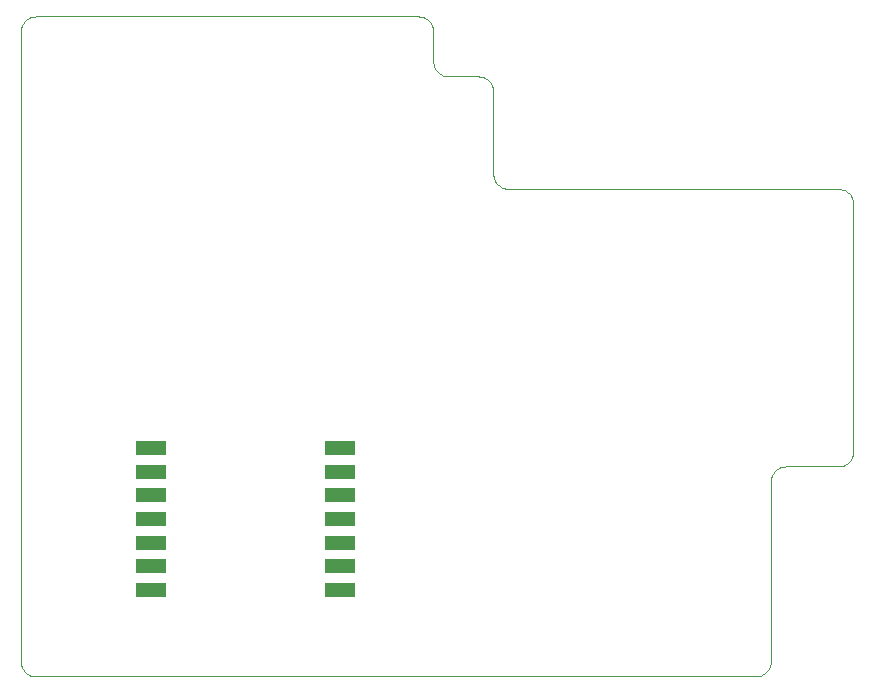
<source format=gtp>
G75*
G70*
%OFA0B0*%
%FSLAX24Y24*%
%IPPOS*%
%LPD*%
%AMOC8*
5,1,8,0,0,1.08239X$1,22.5*
%
%ADD10C,0.0000*%
%ADD11R,0.1000X0.0500*%
D10*
X001680Y001180D02*
X025680Y001180D01*
X025724Y001182D01*
X025767Y001188D01*
X025809Y001197D01*
X025851Y001210D01*
X025891Y001227D01*
X025930Y001247D01*
X025967Y001270D01*
X026001Y001297D01*
X026034Y001326D01*
X026063Y001359D01*
X026090Y001393D01*
X026113Y001430D01*
X026133Y001469D01*
X026150Y001509D01*
X026163Y001551D01*
X026172Y001593D01*
X026178Y001636D01*
X026180Y001680D01*
X026180Y007680D01*
X026182Y007724D01*
X026188Y007767D01*
X026197Y007809D01*
X026210Y007851D01*
X026227Y007891D01*
X026247Y007930D01*
X026270Y007967D01*
X026297Y008001D01*
X026326Y008034D01*
X026359Y008063D01*
X026393Y008090D01*
X026430Y008113D01*
X026469Y008133D01*
X026509Y008150D01*
X026551Y008163D01*
X026593Y008172D01*
X026636Y008178D01*
X026680Y008180D01*
X028430Y008180D01*
X028474Y008182D01*
X028517Y008188D01*
X028559Y008197D01*
X028601Y008210D01*
X028641Y008227D01*
X028680Y008247D01*
X028717Y008270D01*
X028751Y008297D01*
X028784Y008326D01*
X028813Y008359D01*
X028840Y008393D01*
X028863Y008430D01*
X028883Y008469D01*
X028900Y008509D01*
X028913Y008551D01*
X028922Y008593D01*
X028928Y008636D01*
X028930Y008680D01*
X028930Y016930D01*
X028928Y016974D01*
X028922Y017017D01*
X028913Y017059D01*
X028900Y017101D01*
X028883Y017141D01*
X028863Y017180D01*
X028840Y017217D01*
X028813Y017251D01*
X028784Y017284D01*
X028751Y017313D01*
X028717Y017340D01*
X028680Y017363D01*
X028641Y017383D01*
X028601Y017400D01*
X028559Y017413D01*
X028517Y017422D01*
X028474Y017428D01*
X028430Y017430D01*
X017430Y017430D01*
X017386Y017432D01*
X017343Y017438D01*
X017301Y017447D01*
X017259Y017460D01*
X017219Y017477D01*
X017180Y017497D01*
X017143Y017520D01*
X017109Y017547D01*
X017076Y017576D01*
X017047Y017609D01*
X017020Y017643D01*
X016997Y017680D01*
X016977Y017719D01*
X016960Y017759D01*
X016947Y017801D01*
X016938Y017843D01*
X016932Y017886D01*
X016930Y017930D01*
X016930Y020680D01*
X016928Y020724D01*
X016922Y020767D01*
X016913Y020809D01*
X016900Y020851D01*
X016883Y020891D01*
X016863Y020930D01*
X016840Y020967D01*
X016813Y021001D01*
X016784Y021034D01*
X016751Y021063D01*
X016717Y021090D01*
X016680Y021113D01*
X016641Y021133D01*
X016601Y021150D01*
X016559Y021163D01*
X016517Y021172D01*
X016474Y021178D01*
X016430Y021180D01*
X015430Y021180D01*
X015386Y021182D01*
X015343Y021188D01*
X015301Y021197D01*
X015259Y021210D01*
X015219Y021227D01*
X015180Y021247D01*
X015143Y021270D01*
X015109Y021297D01*
X015076Y021326D01*
X015047Y021359D01*
X015020Y021393D01*
X014997Y021430D01*
X014977Y021469D01*
X014960Y021509D01*
X014947Y021551D01*
X014938Y021593D01*
X014932Y021636D01*
X014930Y021680D01*
X014930Y022680D01*
X014928Y022724D01*
X014922Y022767D01*
X014913Y022809D01*
X014900Y022851D01*
X014883Y022891D01*
X014863Y022930D01*
X014840Y022967D01*
X014813Y023001D01*
X014784Y023034D01*
X014751Y023063D01*
X014717Y023090D01*
X014680Y023113D01*
X014641Y023133D01*
X014601Y023150D01*
X014559Y023163D01*
X014517Y023172D01*
X014474Y023178D01*
X014430Y023180D01*
X001680Y023180D01*
X001636Y023178D01*
X001593Y023172D01*
X001551Y023163D01*
X001509Y023150D01*
X001469Y023133D01*
X001430Y023113D01*
X001393Y023090D01*
X001359Y023063D01*
X001326Y023034D01*
X001297Y023001D01*
X001270Y022967D01*
X001247Y022930D01*
X001227Y022891D01*
X001210Y022851D01*
X001197Y022809D01*
X001188Y022767D01*
X001182Y022724D01*
X001180Y022680D01*
X001180Y001680D01*
X001182Y001636D01*
X001188Y001593D01*
X001197Y001551D01*
X001210Y001509D01*
X001227Y001469D01*
X001247Y001430D01*
X001270Y001393D01*
X001297Y001359D01*
X001326Y001326D01*
X001359Y001297D01*
X001393Y001270D01*
X001430Y001247D01*
X001469Y001227D01*
X001509Y001210D01*
X001551Y001197D01*
X001593Y001188D01*
X001636Y001182D01*
X001680Y001180D01*
D11*
X005530Y004068D03*
X005530Y004855D03*
X005530Y005643D03*
X005530Y006430D03*
X005530Y007217D03*
X005530Y008005D03*
X005530Y008792D03*
X011830Y008792D03*
X011830Y008005D03*
X011830Y007217D03*
X011830Y006430D03*
X011830Y005643D03*
X011830Y004855D03*
X011830Y004068D03*
M02*

</source>
